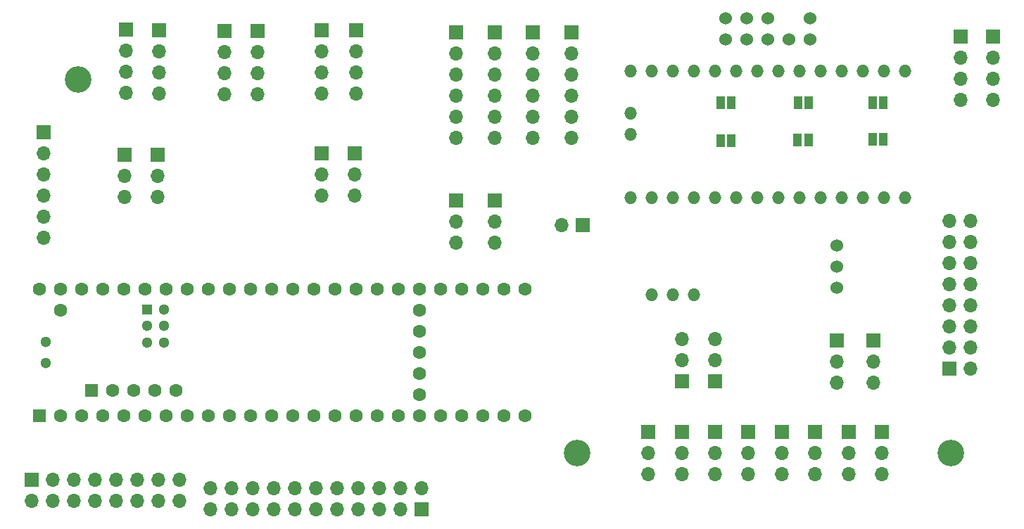
<source format=gbr>
%TF.GenerationSoftware,KiCad,Pcbnew,8.0.3*%
%TF.CreationDate,2024-07-14T18:55:45-07:00*%
%TF.ProjectId,robosub_teensy,726f626f-7375-4625-9f74-65656e73792e,rev?*%
%TF.SameCoordinates,Original*%
%TF.FileFunction,Soldermask,Bot*%
%TF.FilePolarity,Negative*%
%FSLAX46Y46*%
G04 Gerber Fmt 4.6, Leading zero omitted, Abs format (unit mm)*
G04 Created by KiCad (PCBNEW 8.0.3) date 2024-07-14 18:55:45*
%MOMM*%
%LPD*%
G01*
G04 APERTURE LIST*
%ADD10O,1.700000X1.700000*%
%ADD11R,1.700000X1.700000*%
%ADD12R,1.000000X1.500000*%
%ADD13C,3.200000*%
%ADD14O,1.524000X1.524000*%
%ADD15C,1.524000*%
%ADD16C,1.300000*%
%ADD17R,1.300000X1.300000*%
%ADD18C,1.600000*%
%ADD19R,1.600000X1.600000*%
G04 APERTURE END LIST*
D10*
%TO.C,JP10*%
X169005000Y-181245000D03*
X169005000Y-178705000D03*
D11*
X169005000Y-176165000D03*
%TD*%
D10*
%TO.C,JP9*%
X165065000Y-181245000D03*
X165065000Y-178705000D03*
D11*
X165065000Y-176165000D03*
%TD*%
D10*
%TO.C,JP2*%
X145320000Y-181415000D03*
X145320000Y-178875000D03*
D11*
X145320000Y-176335000D03*
%TD*%
D10*
%TO.C,JP1*%
X141330000Y-181415000D03*
X141330000Y-178875000D03*
D11*
X141330000Y-176335000D03*
%TD*%
%TO.C,J25*%
X169145000Y-161315000D03*
D10*
X169145000Y-163855000D03*
X169145000Y-166395000D03*
X169145000Y-168935000D03*
%TD*%
D11*
%TO.C,J24*%
X165065000Y-161315000D03*
D10*
X165065000Y-163855000D03*
X165065000Y-166395000D03*
X165065000Y-168935000D03*
%TD*%
D11*
%TO.C,J21*%
X157285000Y-161360000D03*
D10*
X157285000Y-163900000D03*
X157285000Y-166440000D03*
X157285000Y-168980000D03*
%TD*%
D11*
%TO.C,J20*%
X153310000Y-161370000D03*
D10*
X153310000Y-163910000D03*
X153310000Y-166450000D03*
X153310000Y-168990000D03*
%TD*%
D11*
%TO.C,J19*%
X245760000Y-162100000D03*
D10*
X245760000Y-164640000D03*
X245760000Y-167180000D03*
X245760000Y-169720000D03*
%TD*%
D11*
%TO.C,J18*%
X241930000Y-162100000D03*
D10*
X241930000Y-164640000D03*
X241930000Y-167180000D03*
X241930000Y-169720000D03*
%TD*%
D11*
%TO.C,J14*%
X145455000Y-161270000D03*
D10*
X145455000Y-163810000D03*
X145455000Y-166350000D03*
X145455000Y-168890000D03*
%TD*%
D11*
%TO.C,J13*%
X141485000Y-161230000D03*
D10*
X141485000Y-163770000D03*
X141485000Y-166310000D03*
X141485000Y-168850000D03*
%TD*%
D12*
%TO.C,JP16*%
X214330000Y-174610000D03*
X213030000Y-174610000D03*
%TD*%
%TO.C,JP15*%
X214330000Y-169990000D03*
X213030000Y-169990000D03*
%TD*%
%TO.C,JP14*%
X223580000Y-174550000D03*
X222280000Y-174550000D03*
%TD*%
%TO.C,JP13*%
X223640000Y-170020000D03*
X222340000Y-170020000D03*
%TD*%
%TO.C,JP12*%
X232590000Y-174430000D03*
X231290000Y-174430000D03*
%TD*%
%TO.C,JP11*%
X232590000Y-169990000D03*
X231290000Y-169990000D03*
%TD*%
D13*
%TO.C,H2*%
X195750000Y-212200000D03*
%TD*%
D11*
%TO.C,J12*%
X130120000Y-215392000D03*
D10*
X130120000Y-217932000D03*
X132660000Y-215392000D03*
X132660000Y-217932000D03*
X135200000Y-215392000D03*
X135200000Y-217932000D03*
X137740000Y-215392000D03*
X137740000Y-217932000D03*
X140280000Y-215392000D03*
X140280000Y-217932000D03*
X142820000Y-215392000D03*
X142820000Y-217932000D03*
X145360000Y-215392000D03*
X145360000Y-217932000D03*
X147900000Y-215392000D03*
X147900000Y-217932000D03*
%TD*%
%TO.C,J11*%
X243100000Y-184255000D03*
X240560000Y-184255000D03*
X243100000Y-186795000D03*
X240560000Y-186795000D03*
X243100000Y-189335000D03*
X240560000Y-189335000D03*
X243100000Y-191875000D03*
X240560000Y-191875000D03*
X243100000Y-194415000D03*
X240560000Y-194415000D03*
X243100000Y-196955000D03*
X240560000Y-196955000D03*
X243100000Y-199495000D03*
X240560000Y-199495000D03*
X243100000Y-202035000D03*
D11*
X240560000Y-202035000D03*
%TD*%
%TO.C,J17*%
X177020000Y-218970000D03*
D10*
X177020000Y-216430000D03*
X174480000Y-218970000D03*
X174480000Y-216430000D03*
X171940000Y-218970000D03*
X171940000Y-216430000D03*
X169400000Y-218970000D03*
X169400000Y-216430000D03*
X166860000Y-218970000D03*
X166860000Y-216430000D03*
X164320000Y-218970000D03*
X164320000Y-216430000D03*
X161780000Y-218970000D03*
X161780000Y-216430000D03*
X159240000Y-218970000D03*
X159240000Y-216430000D03*
X156700000Y-218970000D03*
X156700000Y-216430000D03*
X154160000Y-218970000D03*
X154160000Y-216430000D03*
X151620000Y-218970000D03*
X151620000Y-216430000D03*
%TD*%
D11*
%TO.C,JP18*%
X231375000Y-198680000D03*
D10*
X231375000Y-201220000D03*
X231375000Y-203760000D03*
%TD*%
D11*
%TO.C,JP17*%
X226975000Y-198680000D03*
D10*
X226975000Y-201220000D03*
X226975000Y-203760000D03*
%TD*%
D11*
%TO.C,JP8*%
X185825000Y-181775000D03*
D10*
X185825000Y-184315000D03*
X185825000Y-186855000D03*
%TD*%
D11*
%TO.C,JP7*%
X181225000Y-181775000D03*
D10*
X181225000Y-184315000D03*
X181225000Y-186855000D03*
%TD*%
D11*
%TO.C,JP4*%
X208336224Y-203575000D03*
D10*
X208336224Y-201035000D03*
X208336224Y-198495000D03*
%TD*%
%TO.C,JP3*%
X212351020Y-198495000D03*
X212351020Y-201035000D03*
D11*
X212351020Y-203575000D03*
%TD*%
%TO.C,J27*%
X195100000Y-161525000D03*
D10*
X195100000Y-164065000D03*
X195100000Y-166605000D03*
X195100000Y-169145000D03*
X195100000Y-171685000D03*
X195100000Y-174225000D03*
%TD*%
D11*
%TO.C,J26*%
X190466666Y-161525000D03*
D10*
X190466666Y-164065000D03*
X190466666Y-166605000D03*
X190466666Y-169145000D03*
X190466666Y-171685000D03*
X190466666Y-174225000D03*
%TD*%
D11*
%TO.C,J23*%
X185833333Y-161525000D03*
D10*
X185833333Y-164065000D03*
X185833333Y-166605000D03*
X185833333Y-169145000D03*
X185833333Y-171685000D03*
X185833333Y-174225000D03*
%TD*%
D11*
%TO.C,J22*%
X181200000Y-161525000D03*
D10*
X181200000Y-164065000D03*
X181200000Y-166605000D03*
X181200000Y-169145000D03*
X181200000Y-171685000D03*
X181200000Y-174225000D03*
%TD*%
D11*
%TO.C,J10*%
X131600000Y-173560000D03*
D10*
X131600000Y-176100000D03*
X131600000Y-178640000D03*
X131600000Y-181180000D03*
X131600000Y-183720000D03*
X131600000Y-186260000D03*
%TD*%
D11*
%TO.C,J9*%
X216365816Y-209645000D03*
D10*
X216365816Y-212185000D03*
X216365816Y-214725000D03*
%TD*%
%TO.C,J8*%
X204321428Y-214725000D03*
X204321428Y-212185000D03*
D11*
X204321428Y-209645000D03*
%TD*%
%TO.C,J7*%
X220380612Y-209645000D03*
D10*
X220380612Y-212185000D03*
X220380612Y-214725000D03*
%TD*%
%TO.C,J6*%
X208336224Y-214725000D03*
X208336224Y-212185000D03*
D11*
X208336224Y-209645000D03*
%TD*%
D10*
%TO.C,J5*%
X224395408Y-214725000D03*
X224395408Y-212185000D03*
D11*
X224395408Y-209645000D03*
%TD*%
%TO.C,J4*%
X212351020Y-209645000D03*
D10*
X212351020Y-212185000D03*
X212351020Y-214725000D03*
%TD*%
%TO.C,J3*%
X228410204Y-214725000D03*
X228410204Y-212185000D03*
D11*
X228410204Y-209645000D03*
%TD*%
%TO.C,J2*%
X196400000Y-184745000D03*
D10*
X193860000Y-184745000D03*
%TD*%
%TO.C,J1*%
X232425000Y-214725000D03*
X232425000Y-212185000D03*
D11*
X232425000Y-209645000D03*
%TD*%
D14*
%TO.C,U2*%
X202230000Y-181500000D03*
X204770000Y-181500000D03*
X207310000Y-181500000D03*
X209850000Y-181500000D03*
X212390000Y-181500000D03*
X214930000Y-181500000D03*
X217470000Y-181500000D03*
X220010000Y-181500000D03*
X222550000Y-181500000D03*
X225090000Y-181500000D03*
X227630000Y-181500000D03*
X230170000Y-181500000D03*
X232710000Y-181500000D03*
X235250000Y-181500000D03*
X202230000Y-171340000D03*
X202230000Y-173880000D03*
X235250000Y-166260000D03*
X232710000Y-166260000D03*
X230170000Y-166260000D03*
X227630000Y-166260000D03*
X225090000Y-166260000D03*
X222550000Y-166260000D03*
X220010000Y-166260000D03*
X217470000Y-166260000D03*
X214930000Y-166260000D03*
X212390000Y-166260000D03*
X209850000Y-166260000D03*
X207310000Y-166260000D03*
X204770000Y-166260000D03*
X202230000Y-166260000D03*
D15*
X223820000Y-162450000D03*
X221280000Y-162450000D03*
X218740000Y-162450000D03*
X216200000Y-162450000D03*
X213660000Y-162450000D03*
X216200000Y-159910000D03*
X213660000Y-159910000D03*
X227020400Y-187192140D03*
X227020400Y-189772780D03*
X227020400Y-192310240D03*
D14*
X209850000Y-193184000D03*
X207310000Y-193184000D03*
X204770000Y-193184000D03*
D15*
X218740000Y-159910000D03*
X223820000Y-159910000D03*
%TD*%
D13*
%TO.C,H3*%
X240750000Y-212200000D03*
%TD*%
D16*
%TO.C,U1*%
X131805000Y-201340000D03*
X131805000Y-198800000D03*
X146045000Y-194888400D03*
X146045000Y-196888400D03*
X146045000Y-198888400D03*
X144045000Y-198888400D03*
X144045000Y-196888400D03*
D17*
X144045000Y-194888400D03*
D18*
X147534200Y-204639200D03*
X144994200Y-204639200D03*
X142454200Y-204639200D03*
X139914200Y-204639200D03*
D19*
X137374200Y-204639200D03*
D18*
X176795000Y-194990000D03*
X176795000Y-197530000D03*
X176795000Y-200070000D03*
X176795000Y-202610000D03*
X176795000Y-205150000D03*
X133615000Y-194990000D03*
X131075000Y-192450000D03*
X133615000Y-192450000D03*
X136155000Y-192450000D03*
X138695000Y-192450000D03*
X141235000Y-192450000D03*
X143775000Y-192450000D03*
X146315000Y-192450000D03*
X148855000Y-192450000D03*
X151395000Y-192450000D03*
X153935000Y-192450000D03*
X156475000Y-192450000D03*
X159015000Y-192450000D03*
X161555000Y-192450000D03*
X164095000Y-192450000D03*
X166635000Y-192450000D03*
X169175000Y-192450000D03*
X171715000Y-192450000D03*
X174255000Y-192450000D03*
X176795000Y-192450000D03*
X179335000Y-192450000D03*
X181875000Y-192450000D03*
X184415000Y-192450000D03*
X186955000Y-192450000D03*
X189495000Y-192450000D03*
X189495000Y-207690000D03*
X186955000Y-207690000D03*
X184415000Y-207690000D03*
X181875000Y-207690000D03*
X179335000Y-207690000D03*
X176795000Y-207690000D03*
X174255000Y-207690000D03*
X171715000Y-207690000D03*
X169175000Y-207690000D03*
X166635000Y-207690000D03*
X164095000Y-207690000D03*
X161555000Y-207690000D03*
X159015000Y-207690000D03*
X156475000Y-207690000D03*
X153935000Y-207690000D03*
X151395000Y-207690000D03*
X148855000Y-207690000D03*
X146315000Y-207690000D03*
X143775000Y-207690000D03*
X141235000Y-207690000D03*
X138695000Y-207690000D03*
X136155000Y-207690000D03*
X133615000Y-207690000D03*
D19*
X131075000Y-207690000D03*
%TD*%
D13*
%TO.C,H1*%
X135750000Y-167200000D03*
%TD*%
M02*

</source>
